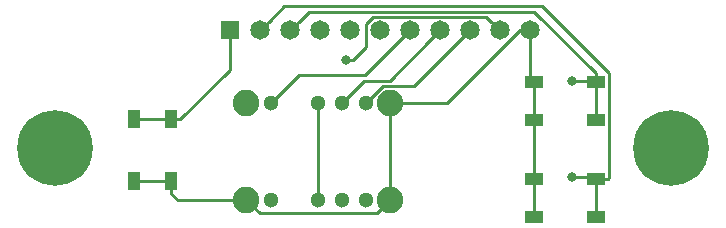
<source format=gbr>
G04 #@! TF.GenerationSoftware,KiCad,Pcbnew,(5.1.10)-1*
G04 #@! TF.CreationDate,2021-10-20T16:58:38-04:00*
G04 #@! TF.ProjectId,buttons,62757474-6f6e-4732-9e6b-696361645f70,rev?*
G04 #@! TF.SameCoordinates,Original*
G04 #@! TF.FileFunction,Copper,L1,Top*
G04 #@! TF.FilePolarity,Positive*
%FSLAX46Y46*%
G04 Gerber Fmt 4.6, Leading zero omitted, Abs format (unit mm)*
G04 Created by KiCad (PCBNEW (5.1.10)-1) date 2021-10-20 16:58:38*
%MOMM*%
%LPD*%
G01*
G04 APERTURE LIST*
G04 #@! TA.AperFunction,SMDPad,CuDef*
%ADD10R,1.550000X1.000000*%
G04 #@! TD*
G04 #@! TA.AperFunction,SMDPad,CuDef*
%ADD11R,1.000000X1.550000*%
G04 #@! TD*
G04 #@! TA.AperFunction,ComponentPad*
%ADD12C,2.250000*%
G04 #@! TD*
G04 #@! TA.AperFunction,ComponentPad*
%ADD13C,1.300000*%
G04 #@! TD*
G04 #@! TA.AperFunction,ComponentPad*
%ADD14C,1.650000*%
G04 #@! TD*
G04 #@! TA.AperFunction,ComponentPad*
%ADD15R,1.650000X1.650000*%
G04 #@! TD*
G04 #@! TA.AperFunction,ComponentPad*
%ADD16C,6.400000*%
G04 #@! TD*
G04 #@! TA.AperFunction,ViaPad*
%ADD17C,0.800000*%
G04 #@! TD*
G04 #@! TA.AperFunction,Conductor*
%ADD18C,0.250000*%
G04 #@! TD*
G04 APERTURE END LIST*
D10*
X140864500Y-63106500D03*
X140864500Y-66306500D03*
X135614500Y-66306500D03*
X135614500Y-63106500D03*
X140864500Y-71298000D03*
X140864500Y-74498000D03*
X135614500Y-74498000D03*
X135614500Y-71298000D03*
D11*
X101714500Y-66272500D03*
X104914500Y-66272500D03*
X104914500Y-71522500D03*
X101714500Y-71522500D03*
D12*
X123448000Y-64897000D03*
X111248000Y-64897000D03*
D13*
X121348000Y-64897000D03*
X119348000Y-64897000D03*
X117348000Y-64897000D03*
X113348000Y-64897000D03*
D12*
X123448000Y-73088500D03*
X111248000Y-73088500D03*
D13*
X121348000Y-73088500D03*
X119348000Y-73088500D03*
X117348000Y-73088500D03*
X113348000Y-73088500D03*
D14*
X135255000Y-58737500D03*
X132715000Y-58737500D03*
X130175000Y-58737500D03*
X127635000Y-58737500D03*
X125095000Y-58737500D03*
X122555000Y-58737500D03*
X120015000Y-58737500D03*
X117475000Y-58737500D03*
X114935000Y-58737500D03*
X112395000Y-58737500D03*
D15*
X109855000Y-58737500D03*
D16*
X95059500Y-68707000D03*
X147193000Y-68707000D03*
D17*
X138811000Y-71183500D03*
X138811000Y-62992000D03*
X119697500Y-61277500D03*
D18*
X129350001Y-59562499D02*
X130175000Y-58737500D01*
X122798001Y-63446999D02*
X125465501Y-63446999D01*
X125465501Y-63446999D02*
X129350001Y-59562499D01*
X121348000Y-64897000D02*
X122798001Y-63446999D01*
X126810001Y-59562499D02*
X127635000Y-58737500D01*
X121248011Y-62996989D02*
X123375511Y-62996989D01*
X123375511Y-62996989D02*
X126810001Y-59562499D01*
X119348000Y-64897000D02*
X121248011Y-62996989D01*
X124270001Y-59562499D02*
X125095000Y-58737500D01*
X121285521Y-62546979D02*
X124270001Y-59562499D01*
X115698021Y-62546979D02*
X121285521Y-62546979D01*
X113348000Y-64897000D02*
X115698021Y-62546979D01*
X109855000Y-59812500D02*
X109855000Y-58737500D01*
X109855000Y-62082000D02*
X109855000Y-59812500D01*
X105664500Y-66272500D02*
X109855000Y-62082000D01*
X104914500Y-66272500D02*
X105664500Y-66272500D01*
X102464500Y-66272500D02*
X104914500Y-66272500D01*
X101714500Y-66272500D02*
X102464500Y-66272500D01*
X135614500Y-72048000D02*
X135614500Y-74498000D01*
X135614500Y-71298000D02*
X135614500Y-72048000D01*
X135614500Y-65556500D02*
X135614500Y-63106500D01*
X135614500Y-66306500D02*
X135614500Y-65556500D01*
X135255000Y-62747000D02*
X135614500Y-63106500D01*
X135255000Y-58737500D02*
X135255000Y-62747000D01*
X135614500Y-66306500D02*
X135614500Y-71298000D01*
X125038990Y-64897000D02*
X123448000Y-64897000D01*
X128257502Y-64897000D02*
X125038990Y-64897000D01*
X134417002Y-58737500D02*
X128257502Y-64897000D01*
X135255000Y-58737500D02*
X134417002Y-58737500D01*
X123448000Y-71497510D02*
X123448000Y-64897000D01*
X123448000Y-73088500D02*
X123448000Y-71497510D01*
X112372999Y-74213499D02*
X111248000Y-73088500D01*
X122323001Y-74213499D02*
X112372999Y-74213499D01*
X123448000Y-73088500D02*
X122323001Y-74213499D01*
X104914500Y-72547500D02*
X104914500Y-71522500D01*
X105455500Y-73088500D02*
X104914500Y-72547500D01*
X111248000Y-73088500D02*
X105455500Y-73088500D01*
X104164500Y-71522500D02*
X101714500Y-71522500D01*
X104914500Y-71522500D02*
X104164500Y-71522500D01*
X140750000Y-71183500D02*
X140864500Y-71298000D01*
X138811000Y-71183500D02*
X140750000Y-71183500D01*
X140864500Y-72048000D02*
X140864500Y-74498000D01*
X140864500Y-71298000D02*
X140864500Y-72048000D01*
X136305482Y-56687480D02*
X114445020Y-56687480D01*
X141964501Y-62346499D02*
X136305482Y-56687480D01*
X113219999Y-57912501D02*
X112395000Y-58737500D01*
X141964501Y-71222999D02*
X141964501Y-62346499D01*
X114445020Y-56687480D02*
X113219999Y-57912501D01*
X141889500Y-71298000D02*
X141964501Y-71222999D01*
X140864500Y-71298000D02*
X141889500Y-71298000D01*
X140750000Y-62992000D02*
X140864500Y-63106500D01*
X138811000Y-62992000D02*
X140750000Y-62992000D01*
X140864500Y-65556500D02*
X140864500Y-63106500D01*
X140864500Y-66306500D02*
X140864500Y-65556500D01*
X115759999Y-57912501D02*
X114935000Y-58737500D01*
X135645489Y-57137489D02*
X116535011Y-57137489D01*
X116535011Y-57137489D02*
X115759999Y-57912501D01*
X140864500Y-62356500D02*
X135645489Y-57137489D01*
X140864500Y-63106500D02*
X140864500Y-62356500D01*
X117348000Y-73088500D02*
X117348000Y-64897000D01*
X131890001Y-57912501D02*
X132715000Y-58737500D01*
X131564999Y-57587499D02*
X131890001Y-57912501D01*
X122002999Y-57587499D02*
X131564999Y-57587499D01*
X121404999Y-58185499D02*
X122002999Y-57587499D01*
X121404999Y-60135686D02*
X121404999Y-58185499D01*
X120263185Y-61277500D02*
X121404999Y-60135686D01*
X119697500Y-61277500D02*
X120263185Y-61277500D01*
M02*

</source>
